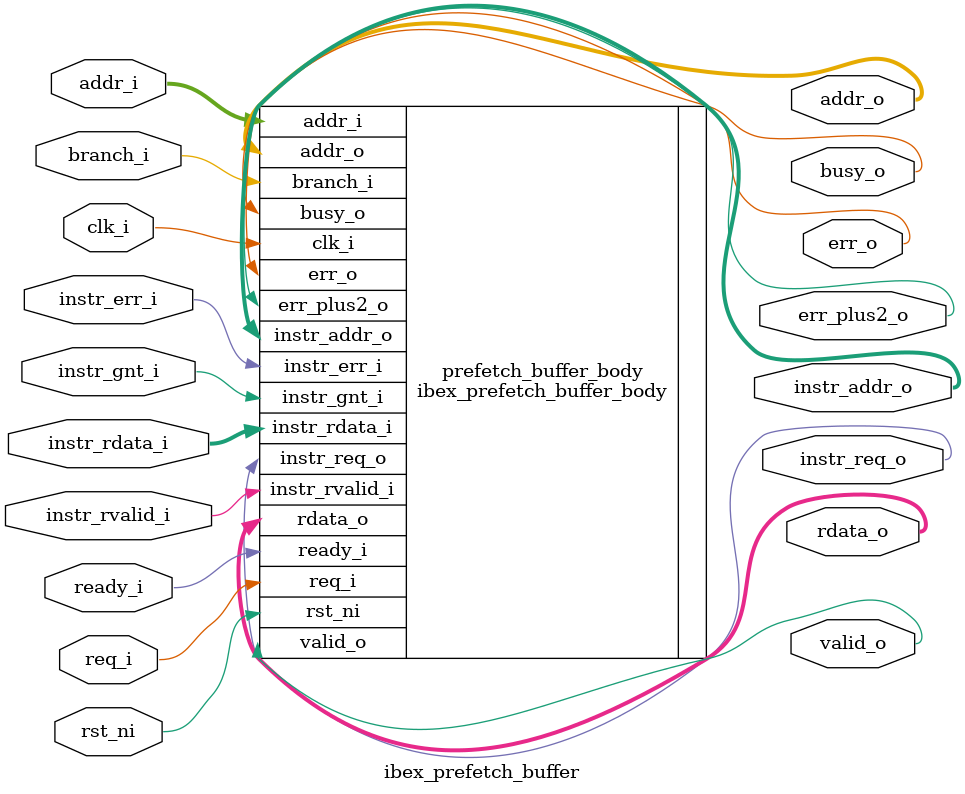
<source format=sv>

/**
 * Prefetcher Buffer for 32 bit memory interface
 *
 * Prefetch Buffer that caches instructions. This cuts overly long critical
 * paths to the instruction cache.
 */
`include "ibex_prefetch_buffer_body.sv"
module ibex_prefetch_buffer #(
  parameter bit ResetAll        = 1'b0
) (
  input  logic        clk_i,
  input  logic        rst_ni,

  input  logic        req_i,

  input  logic        branch_i,
  input  logic [31:0] addr_i,

  input  logic        ready_i,
  output logic        valid_o,
  output logic [31:0] rdata_o,
  output logic [31:0] addr_o,
  output logic        err_o,
  output logic        err_plus2_o,

  // goes to instruction memory / instruction cache
  output logic        instr_req_o,
  input  logic        instr_gnt_i,
  output logic [31:0] instr_addr_o,
  input  logic [31:0] instr_rdata_i,
  input  logic        instr_err_i,
  input  logic        instr_rvalid_i,

  // Prefetch Buffer Status
  output logic        busy_o
);

ibex_prefetch_buffer_body #(
  .ResetAll(ResetAll)
)
prefetch_buffer_body(
.clk_i(clk_i),
.rst_ni(rst_ni),

.req_i(req_i),

.branch_i(branch_i),
.addr_i(addr_i),

.ready_i(ready_i),
.valid_o(valid_o),
.rdata_o(rdata_o),
.addr_o(addr_o),
.err_o(err_o),
.err_plus2_o(err_plus2_o),

  // goes to instruction memory / instruction cache
.instr_req_o(instr_req_o),
.instr_gnt_i(instr_gnt_i),
.instr_addr_o(instr_addr_o),
.instr_rdata_i(instr_rdata_i),
.instr_err_i(instr_err_i),
.instr_rvalid_i(instr_rvalid_i),

  // Prefetch Buffer Status
.busy_o(busy_o)
);
endmodule

</source>
